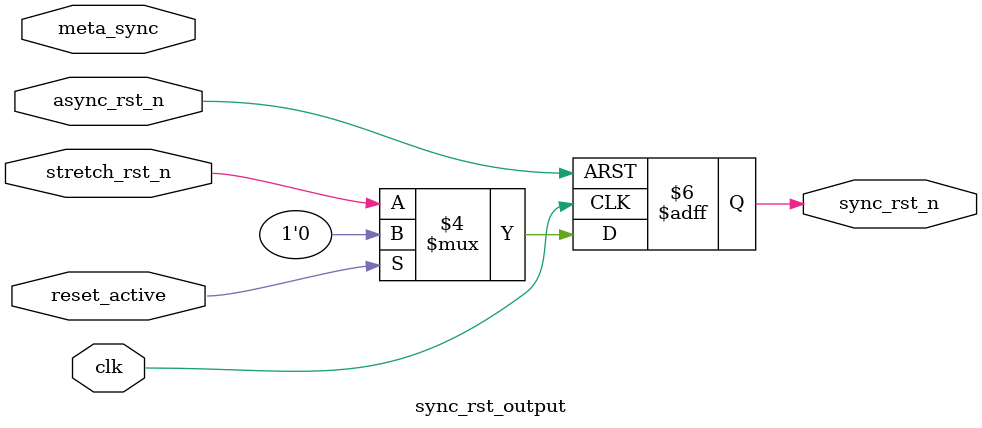
<source format=sv>
module reset_stretch_sync #(
    parameter STRETCH_COUNT = 4
)(
    input  wire clk,
    input  wire async_rst_n,
    output wire sync_rst_n
);

    // Internal signals
    wire meta_sync;
    wire [2:0] stretch_count_value;
    wire reset_active;
    wire reset_detected_nxt;
    wire stretch_counter_enable;
    wire stretch_counter_done;
    wire stretch_counter_clr;
    wire manchester_carry_en;
    wire [2:0] manchester_sum_out;
    wire stretch_rst_n;
    wire sync_rst_n_reg;

    // Synchronizer submodule: Synchronizes the async reset to clk domain
    reset_sync u_reset_sync (
        .clk        (clk),
        .async_rst_n(async_rst_n),
        .meta_sync  (meta_sync)
    );

    // Reset stretch controller: Generates and manages the stretch logic
    reset_stretch_ctrl #(
        .STRETCH_COUNT(STRETCH_COUNT)
    ) u_reset_stretch_ctrl (
        .clk                  (clk),
        .async_rst_n          (async_rst_n),
        .meta_sync            (meta_sync),
        .stretch_counter      (stretch_count_value),
        .stretch_counter_done (stretch_counter_done),
        .manchester_sum       (manchester_sum_out),
        .stretch_counter_clr  (stretch_counter_clr),
        .stretch_counter_en   (stretch_counter_enable),
        .reset_detected_nxt   (reset_detected_nxt),
        .reset_detected       (reset_active),
        .stretch_rst_n        (stretch_rst_n)
    );

    // 3-bit Manchester Carry Chain Adder submodule
    manchester_adder_3b u_manchester_adder_3b (
        .a      (stretch_count_value),
        .b      (3'b001),
        .cin    (1'b0),
        .sum    (manchester_sum_out)
    );

    // Stretch Counter: Holds the current stretch count
    stretch_counter_reg u_stretch_counter (
        .clk         (clk),
        .async_rst_n (async_rst_n),
        .clr         (stretch_counter_clr),
        .en          (stretch_counter_enable),
        .sum_in      (manchester_sum_out),
        .count_out   (stretch_count_value)
    );

    // Output register: Ensures glitch-free output
    sync_rst_output u_sync_rst_output (
        .clk         (clk),
        .async_rst_n (async_rst_n),
        .stretch_rst_n(stretch_rst_n),
        .meta_sync   (meta_sync),
        .reset_active(reset_active),
        .sync_rst_n  (sync_rst_n_reg)
    );

    assign sync_rst_n = sync_rst_n_reg;

endmodule

//------------------------------------------------------------------------------
// Submodule: reset_sync
// Function: Synchronizes async_rst_n to clk domain (single flop for meta-capture)
//------------------------------------------------------------------------------
module reset_sync (
    input  wire clk,
    input  wire async_rst_n,
    output reg  meta_sync
);
    always @(posedge clk or negedge async_rst_n) begin
        if (!async_rst_n)
            meta_sync <= 1'b0;
        else
            meta_sync <= 1'b1;
    end
endmodule

//------------------------------------------------------------------------------
// Submodule: reset_stretch_ctrl
// Function: Controls reset stretching logic, manages stretching state
//------------------------------------------------------------------------------
module reset_stretch_ctrl #(
    parameter STRETCH_COUNT = 4
)(
    input  wire clk,
    input  wire async_rst_n,
    input  wire meta_sync,
    input  wire [2:0] stretch_counter,
    input  wire [2:0] manchester_sum,
    output reg  stretch_counter_clr,
    output reg  stretch_counter_en,
    output reg  reset_detected_nxt,
    output reg  reset_detected,
    output reg  stretch_rst_n,
    output wire stretch_counter_done
);
    assign stretch_counter_done = (stretch_counter >= (STRETCH_COUNT - 1));

    always @(posedge clk or negedge async_rst_n) begin
        if (!async_rst_n) begin
            reset_detected      <= 1'b1;
            stretch_counter_clr <= 1'b1;
            stretch_counter_en  <= 1'b0;
            stretch_rst_n       <= 1'b0;
        end else begin
            stretch_counter_clr <= 1'b0;
            if (reset_detected) begin
                if (!stretch_counter_done) begin
                    stretch_counter_en  <= 1'b1;
                    stretch_rst_n       <= 1'b0;
                end else begin
                    stretch_counter_en  <= 1'b0;
                    reset_detected      <= 1'b0;
                    stretch_rst_n       <= 1'b1;
                end
            end else begin
                stretch_rst_n       <= meta_sync;
                stretch_counter_en  <= 1'b0;
            end
        end
    end
endmodule

//------------------------------------------------------------------------------
// Submodule: manchester_adder_3b
// Function: 3-bit Manchester Carry Chain Adder
//------------------------------------------------------------------------------
module manchester_adder_3b (
    input  wire [2:0] a,
    input  wire [2:0] b,
    input  wire       cin,
    output wire [2:0] sum
);
    wire [2:0] p, g;
    wire [3:0] c;

    assign p = a ^ b;
    assign g = a & b;
    assign c[0] = cin;
    assign c[1] = g[0] | (p[0] & c[0]);
    assign c[2] = g[1] | (p[1] & g[0]) | (p[1] & p[0] & c[0]);
    assign c[3] = g[2] | (p[2] & g[1]) | (p[2] & p[1] & g[0]) | (p[2] & p[1] & p[0] & c[0]);
    assign sum = p ^ c[2:0];
endmodule

//------------------------------------------------------------------------------
// Submodule: stretch_counter_reg
// Function: Register for stretch counter, with synchronous clear and enable
//------------------------------------------------------------------------------
module stretch_counter_reg (
    input  wire       clk,
    input  wire       async_rst_n,
    input  wire       clr,
    input  wire       en,
    input  wire [2:0] sum_in,
    output reg  [2:0] count_out
);
    always @(posedge clk or negedge async_rst_n) begin
        if (!async_rst_n)
            count_out <= 3'b000;
        else if (clr)
            count_out <= 3'b000;
        else if (en)
            count_out <= sum_in;
    end
endmodule

//------------------------------------------------------------------------------
// Submodule: sync_rst_output
// Function: Output register for sync_rst_n, ensures correct output sequencing
//------------------------------------------------------------------------------
module sync_rst_output (
    input  wire clk,
    input  wire async_rst_n,
    input  wire stretch_rst_n,
    input  wire meta_sync,
    input  wire reset_active,
    output reg  sync_rst_n
);
    always @(posedge clk or negedge async_rst_n) begin
        if (!async_rst_n)
            sync_rst_n <= 1'b0;
        else if (reset_active)
            sync_rst_n <= 1'b0;
        else
            sync_rst_n <= stretch_rst_n;
    end
endmodule
</source>
